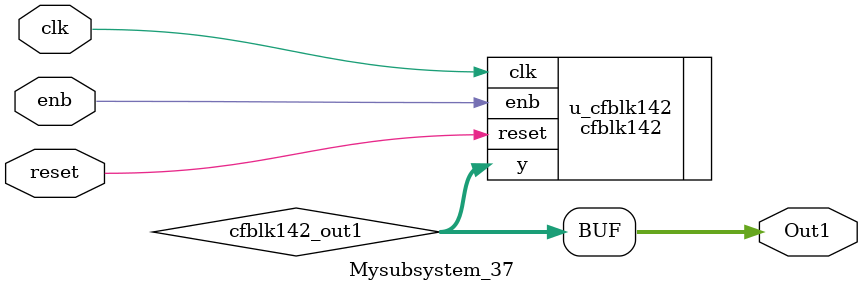
<source format=v>



`timescale 1 ns / 1 ns

module Mysubsystem_37
          (clk,
           reset,
           enb,
           Out1);


  input   clk;
  input   reset;
  input   enb;
  output  [7:0] Out1;  // uint8


  wire [7:0] cfblk142_out1;  // uint8


  cfblk142 u_cfblk142 (.clk(clk),
                       .reset(reset),
                       .enb(enb),
                       .y(cfblk142_out1)  // uint8
                       );

  assign Out1 = cfblk142_out1;

endmodule  // Mysubsystem_37


</source>
